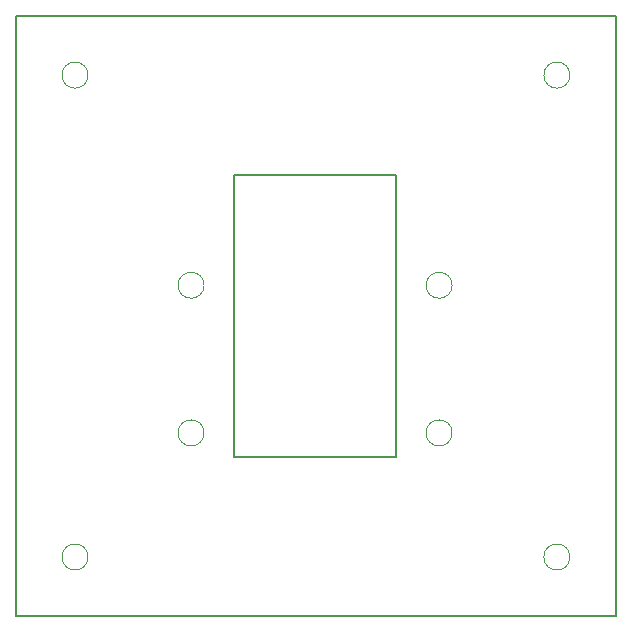
<source format=gbr>
%TF.GenerationSoftware,KiCad,Pcbnew,(5.1.6)-1*%
%TF.CreationDate,2020-10-17T14:01:34-04:00*%
%TF.ProjectId,KiCAD PCB,4b694341-4420-4504-9342-2e6b69636164,rev?*%
%TF.SameCoordinates,Original*%
%TF.FileFunction,Profile,NP*%
%FSLAX46Y46*%
G04 Gerber Fmt 4.6, Leading zero omitted, Abs format (unit mm)*
G04 Created by KiCad (PCBNEW (5.1.6)-1) date 2020-10-17 14:01:34*
%MOMM*%
%LPD*%
G01*
G04 APERTURE LIST*
%TA.AperFunction,Profile*%
%ADD10C,0.050000*%
%TD*%
%TA.AperFunction,Profile*%
%ADD11C,0.150000*%
%TD*%
G04 APERTURE END LIST*
D10*
X98810000Y-107390500D02*
G75*
G03*
X98810000Y-107390500I-1100000J0D01*
G01*
X139610000Y-107390500D02*
G75*
G03*
X139610000Y-107390500I-1100000J0D01*
G01*
X139610000Y-66590500D02*
G75*
G03*
X139610000Y-66590500I-1100000J0D01*
G01*
X98810000Y-66590500D02*
G75*
G03*
X98810000Y-66590500I-1100000J0D01*
G01*
D11*
X111187000Y-98883000D02*
X124887000Y-98883000D01*
X111187000Y-75057000D02*
X124887000Y-75057000D01*
X124887000Y-75057000D02*
X124887000Y-98883000D01*
X111187000Y-75057000D02*
X111187000Y-98883000D01*
D10*
X129637000Y-96883000D02*
G75*
G03*
X129637000Y-96883000I-1100000J0D01*
G01*
X129637000Y-84383000D02*
G75*
G03*
X129637000Y-84383000I-1100000J0D01*
G01*
X108637000Y-84383000D02*
G75*
G03*
X108637000Y-84383000I-1100000J0D01*
G01*
X108637000Y-96883000D02*
G75*
G03*
X108637000Y-96883000I-1100000J0D01*
G01*
D11*
X143510000Y-61590500D02*
X92710000Y-61590500D01*
X143510000Y-112390500D02*
X143510000Y-61590500D01*
X92710000Y-112390500D02*
X143510000Y-112390500D01*
X92710000Y-61590500D02*
X92710000Y-112390500D01*
M02*

</source>
